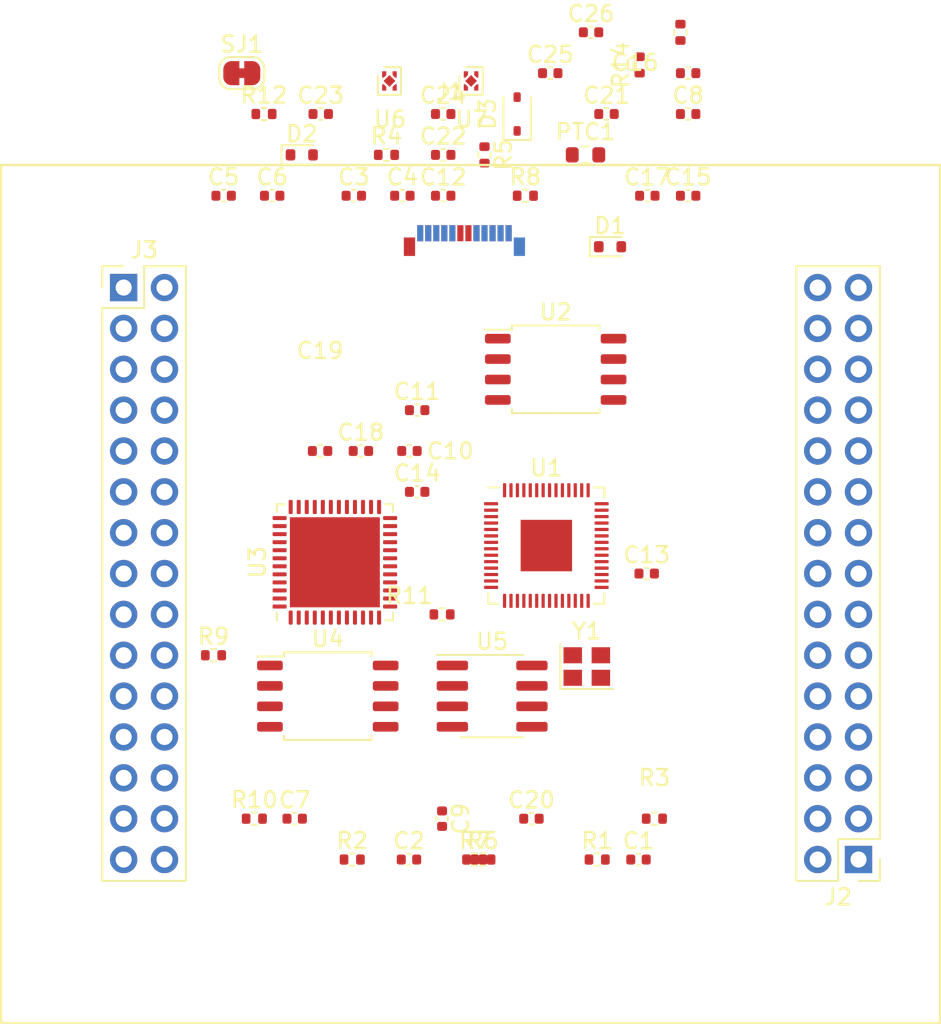
<source format=kicad_pcb>
(kicad_pcb (version 20221018) (generator pcbnew)
  (layers (0 "F.Cu" signal) (1 "In1.Cu" signal) (2 "In2.Cu" signal) (31 "B.Cu" signal) (34 "B.Paste" user) (35 "F.Paste" user) (36 "B.SilkS" user "B.Silkscreen") (37 "F.SilkS" user "F.Silkscreen") (38 "B.Mask" user) (39 "F.Mask" user) (44 "Edge.Cuts" user))
  (net 0 "")
  (net 1 "+1V1")
  (net 2 "Net-(U1-RUN)")
  (net 3 "Net-(C16-Pad2)")
  (net 4 "Net-(D1-K)")
  (net 5 "Net-(U3D-VCCPLL)")
  (net 6 "+1V2")
  (net 7 "VBUS")
  (net 8 "Net-(D2-A)")
  (net 9 "+3V3")
  (net 10 "Net-(D3-K)")
  (net 11 "Net-(D3-A)")
  (net 12 "Net-(J1-CC1)")
  (net 13 "Net-(J1-D+-PadA6)")
  (net 14 "Net-(J1-D--PadA7)")
  (net 16 "Net-(J1-CC2)")
  (net 18 "/PICO_D12")
  (net 19 "/PICO_D13")
  (net 20 "/PICO_D26")
  (net 21 "/PICO_D14")
  (net 22 "/PICO_D27")
  (net 23 "/PICO_D15")
  (net 24 "/PICO_D28")
  (net 25 "/PICO_D16")
  (net 26 "/PICO_D29")
  (net 27 "/PICO_D17")
  (net 29 "/PICO_D18")
  (net 31 "/PICO_D19")
  (net 33 "/PICO_D20")
  (net 35 "/PICO_D21")
  (net 37 "/PICO_D22")
  (net 39 "/PICO_D23")
  (net 41 "/PICO_D24")
  (net 43 "/PICO_D25")
  (net 46 "/FPGA_D8")
  (net 47 "/FPGA_D9")
  (net 48 "/FPGA_D22")
  (net 49 "/FPGA_D10")
  (net 50 "/FPGA_D23")
  (net 51 "/FPGA_D11")
  (net 52 "/FPGA_D24")
  (net 53 "/FPGA_D12")
  (net 54 "/FPGA_D25")
  (net 55 "/FPGA_D13")
  (net 56 "/FPGA_D26")
  (net 57 "/FPGA_D14")
  (net 58 "/FPGA_D27")
  (net 59 "/FPGA_D15")
  (net 60 "/FPGA_D28")
  (net 61 "/FPGA_D16")
  (net 62 "/FPGA_D29")
  (net 63 "/FPGA_D17")
  (net 64 "/FPGA_D30")
  (net 65 "/FPGA_D18")
  (net 66 "/FPGA_D31")
  (net 67 "/FPGA_D19")
  (net 68 "/FPGA_D20")
  (net 69 "/FPGA_D21")
  (net 70 "/USB_D-")
  (net 71 "/USB_D+")
  (net 72 "Net-(U1-GPIO10)")
  (net 73 "/FPGA_FLASH_CLK")
  (net 74 "Net-(U3A-IOT_46b_G0)")
  (net 75 "Net-(U3C-IOB_8a)")
  (net 76 "Net-(U3B-CDONE)")
  (net 77 "/PWR_EN")
  (net 78 "/FPGA_D0")
  (net 79 "/FPGA_D1")
  (net 80 "/FPGA_D2")
  (net 81 "/FPGA_D3")
  (net 82 "/FPGA_D4")
  (net 83 "/FPGA_D5")
  (net 84 "/FPGA_D6")
  (net 85 "/FPGA_D7")
  (net 86 "/FPGA_FLASH_D1")
  (net 87 "/FPGA_FLASH_CS")
  (net 88 "/FPGA_FLASH_D0")
  (net 89 "Net-(U1-XIN)")
  (net 90 "Net-(U1-XOUT)")
  (net 93 "/FLASH_D3")
  (net 94 "/FLASH_CLK")
  (net 95 "/FLASH_D0")
  (net 96 "/FLASH_D2")
  (net 97 "/FLASH_D1")
  (net 98 "/FLASH_CS")
  (net 99 "/FPGA_FLASH_D2")
  (net 100 "/FPGA_FLASH_D3")
  (net 101 "/FPGA_SRAM_CS")
  (footprint "Capacitor_SMD:C_0402_1005Metric" (layer "F.Cu") (at 87.98 73.029077)
    (fp_text reference "C6" (at 0 -1.16) (layer "F.SilkS"))
    (fp_text value "4.7u")
    (pad "1" smd roundrect (at -0.48 0) (size 0.56 0.62) (layers "F.Cu" "F.Paste" "F.Mask") (net 1 "+1V1"))
    (pad "2" smd roundrect (at 0.48 0) (size 0.56 0.62) (layers "F.Cu" "F.Paste" "F.Mask") (net 1 "+1V1"))
  )
  (footprint "Resistor_SMD:R_0402_1005Metric" (layer "F.Cu") (at 113.38 62.869077 -90)
    (fp_text reference "R13" hide)
    (fp_text value "10k")
    (pad "1" smd roundrect (at -0.51 0 270) (size 0.54 0.64) (layers "F.Cu" "F.Paste" "F.Mask") (net 12 "Net-(J1-CC1)"))
    (pad "2" smd roundrect (at 0.51 0 270) (size 0.54 0.64) (layers "F.Cu" "F.Paste" "F.Mask") (net 1 "+1V1"))
  )
  (footprint "Resistor_SMD:R_0402_1005Metric" (layer "F.Cu") (at 84.33 101.6)
    (fp_text reference "R9" (at 0 -1.17) (layer "F.SilkS"))
    (fp_text value "R")
    (pad "1" smd roundrect (at -0.51 0) (size 0.54 0.64) (layers "F.Cu" "F.Paste" "F.Mask") (net 56 "/FPGA_D26"))
    (pad "2" smd roundrect (at 0.51 0) (size 0.54 0.64) (layers "F.Cu" "F.Paste" "F.Mask") (net 75 "Net-(U3C-IOB_8a)"))
  )
  (footprint "Resistor_SMD:R_0402_1005Metric" (layer "F.Cu") (at 103.73 73.029077)
    (fp_text reference "R8" (at 0 -1.17) (layer "F.SilkS"))
    (fp_text value "R")
    (pad "1" smd roundrect (at -0.51 0) (size 0.54 0.64) (layers "F.Cu" "F.Paste" "F.Mask") (net 53 "/FPGA_D12"))
    (pad "2" smd roundrect (at 0.51 0) (size 0.54 0.64) (layers "F.Cu" "F.Paste" "F.Mask") (net 74 "Net-(U3A-IOT_46b_G0)"))
  )
  (footprint "Capacitor_SMD:C_0402_1005Metric" (layer "F.Cu") (at 98.55 111.76 -90)
    (fp_text reference "C9" (at 0 -1.16 90) (layer "F.SilkS"))
    (fp_text value "1uF")
    (pad "1" smd roundrect (at -0.48 0 270) (size 0.56 0.62) (layers "F.Cu" "F.Paste" "F.Mask") (net 1 "+1V1"))
    (pad "2" smd roundrect (at 0.48 0 270) (size 0.56 0.62) (layers "F.Cu" "F.Paste" "F.Mask") (net 1 "+1V1"))
  )
  (footprint "Capacitor_SMD:C_0402_1005Metric" (layer "F.Cu") (at 98.62 70.489077)
    (fp_text reference "C22" (at 0 -1.16) (layer "F.SilkS"))
    (fp_text value "0.1u")
    (pad "1" smd roundrect (at -0.48 0) (size 0.56 0.62) (layers "F.Cu" "F.Paste" "F.Mask") (net 8 "Net-(D2-A)"))
    (pad "2" smd roundrect (at 0.48 0) (size 0.56 0.62) (layers "F.Cu" "F.Paste" "F.Mask") (net 1 "+1V1"))
  )
  (footprint "Resistor_SMD:R_0402_1005Metric" (layer "F.Cu") (at 87.47 67.949077)
    (fp_text reference "R12" (at 0 -1.17) (layer "F.SilkS"))
    (fp_text value "1k")
    (pad "1" smd roundrect (at -0.51 0) (size 0.54 0.64) (layers "F.Cu" "F.Paste" "F.Mask") (net 77 "/PWR_EN"))
    (pad "2" smd roundrect (at 0.51 0) (size 0.54 0.64) (layers "F.Cu" "F.Paste" "F.Mask") (net 8 "Net-(D2-A)"))
  )
  (footprint "Capacitor_SMD:C_0402_1005Metric" (layer "F.Cu") (at 91 67.949077)
    (fp_text reference "C23" (at 0 -1.16) (layer "F.SilkS"))
    (fp_text value "4.7u")
    (pad "1" smd roundrect (at -0.48 0) (size 0.56 0.62) (layers "F.Cu" "F.Paste" "F.Mask") (net 7 "VBUS"))
    (pad "2" smd roundrect (at 0.48 0) (size 0.56 0.62) (layers "F.Cu" "F.Paste" "F.Mask") (net 1 "+1V1"))
  )
  (footprint "Capacitor_SMD:C_0402_1005Metric" (layer "F.Cu") (at 98.62 73.029077)
    (fp_text reference "C12" (at 0 -1.16) (layer "F.SilkS"))
    (fp_text value "1uF")
    (pad "1" smd roundrect (at -0.48 0) (size 0.56 0.62) (layers "F.Cu" "F.Paste" "F.Mask") (net 1 "+1V1"))
    (pad "2" smd roundrect (at 0.48 0) (size 0.56 0.62) (layers "F.Cu" "F.Paste" "F.Mask") (net 1 "+1V1"))
  )
  (footprint "Capacitor_SMD:C_0402_1005Metric" (layer "F.Cu") (at 84.96 73.029077)
    (fp_text reference "C5" (at 0 -1.16) (layer "F.SilkS"))
    (fp_text value "0.1u")
    (pad "1" smd roundrect (at -0.48 0) (size 0.56 0.62) (layers "F.Cu" "F.Paste" "F.Mask") (net 1 "+1V1"))
    (pad "2" smd roundrect (at 0.48 0) (size 0.56 0.62) (layers "F.Cu" "F.Paste" "F.Mask") (net 1 "+1V1"))
  )
  (footprint "Crystal:Crystal_SMD_2520-4Pin_2.5x2.0mm" (layer "F.Cu") (at 107.555 102.3)
    (fp_text reference "Y1" (at 0 -2.2) (layer "F.SilkS"))
    (fp_text value "Crystal_GND24")
    (pad "1" smd rect (at -0.875 0.7) (size 1.15 1) (layers "F.Cu" "F.Paste" "F.Mask") (net 89 "Net-(U1-XIN)"))
    (pad "2" smd rect (at 0.875 0.7) (size 1.15 1) (layers "F.Cu" "F.Paste" "F.Mask") (net 1 "+1V1"))
    (pad "3" smd rect (at 0.875 -0.7) (size 1.15 1) (layers "F.Cu" "F.Paste" "F.Mask") (net 90 "Net-(U1-XOUT)"))
    (pad "4" smd rect (at -0.875 -0.7) (size 1.15 1) (layers "F.Cu" "F.Paste" "F.Mask") (net 1 "+1V1"))
  )
  (footprint "Capacitor_SMD:C_0402_1005Metric" (layer "F.Cu") (at 113.86 73.029077)
    (fp_text reference "C15" (at 0 -1.16) (layer "F.SilkS"))
    (fp_text value "1uF")
    (pad "1" smd roundrect (at -0.48 0) (size 0.56 0.62) (layers "F.Cu" "F.Paste" "F.Mask") (net 2 "Net-(U1-RUN)"))
    (pad "2" smd roundrect (at 0.48 0) (size 0.56 0.62) (layers "F.Cu" "F.Paste" "F.Mask") (net 1 "+1V1"))
  )
  (footprint "Resistor_SMD:R_0402_1005Metric" (layer "F.Cu") (at 101.19 70.489077 -90)
    (fp_text reference "R5" (at 0 -1.17 90) (layer "F.SilkS"))
    (fp_text value "10k")
    (pad "1" smd roundrect (at -0.51 0 270) (size 0.54 0.64) (layers "F.Cu" "F.Paste" "F.Mask") (net 13 "Net-(J1-D+-PadA6)"))
    (pad "2" smd roundrect (at 0.51 0 270) (size 0.54 0.64) (layers "F.Cu" "F.Paste" "F.Mask") (net 71 "/USB_D+"))
  )
  (footprint "Resistor_SMD:R_0402_1005Metric" (layer "F.Cu") (at 98.55 99.06)
    (fp_text reference "R11" (at -2.03 -1.17) (layer "F.SilkS"))
    (fp_text value "R")
    (pad "1" smd roundrect (at -0.51 0) (size 0.54 0.64) (layers "F.Cu" "F.Paste" "F.Mask") (net 20 "/PICO_D26"))
    (pad "2" smd roundrect (at 0.51 0) (size 0.54 0.64) (layers "F.Cu" "F.Paste" "F.Mask") (net 76 "Net-(U3B-CDONE)"))
  )
  (footprint "Diode_SMD:D_SOD-523" (layer "F.Cu") (at 89.82 70.489077)
    (fp_text reference "D2" (at 0 -1.3) (layer "F.SilkS"))
    (fp_text value "1N4148WT-7")
    (pad "1" smd roundrect (at -0.7 0 180) (size 0.6 0.7) (layers "F.Cu" "F.Paste" "F.Mask") (net 7 "VBUS"))
    (pad "2" smd roundrect (at 0.7 0 180) (size 0.6 0.7) (layers "F.Cu" "F.Paste" "F.Mask") (net 8 "Net-(D2-A)"))
  )
  (footprint "Capacitor_SMD:C_0402_1005Metric" (layer "F.Cu") (at 107.82 62.869077)
    (fp_text reference "C26" (at 0 -1.16) (layer "F.SilkS"))
    (fp_text value "1uF")
    (pad "1" smd roundrect (at -0.48 0) (size 0.56 0.62) (layers "F.Cu" "F.Paste" "F.Mask") (net 7 "VBUS"))
    (pad "2" smd roundrect (at 0.48 0) (size 0.56 0.62) (layers "F.Cu" "F.Paste" "F.Mask") (net 1 "+1V1"))
  )
  (footprint "Package_DFN_QFN:OnSemi_XDFN4-1EP_1.0x1.0mm_EP0.52x0.52mm" (layer "F.Cu") (at 95.275 65.894077)
    (fp_text reference "U6" (at 0.04 2.38) (layer "F.SilkS"))
    (fp_text value "NCP115AMX330TCG")
    (pad "1" smd custom (at -0.325 -0.485 180) (size 0.26 0.23) (layers "F.Cu" "F.Paste" "F.Mask") (net 9 "+3V3") (options (clearance outline) (anchor rect)) (primitives (gr_poly (pts (xy 0.13 -0.115) (xy -0.13 -0.115) (xy 0.02 -0.275) (xy 0.13 -0.275)) (width 0) (fill yes))))
    (pad "2" smd custom (at 0.325 -0.485 180) (size 0.26 0.23) (layers "F.Cu" "F.Paste" "F.Mask") (net 1 "+1V1") (options (clearance outline) (anchor rect)) (primitives (gr_poly (pts (xy 0.13 -0.115) (xy -0.13 -0.115) (xy -0.13 -0.275) (xy -0.02 -0.275)) (width 0) (fill yes))))
    (pad "3" smd custom (at 0.325 0.485) (size 0.26 0.23) (layers "F.Cu" "F.Paste" "F.Mask") (net 8 "Net-(D2-A)") (options (clearance outline) (anchor rect)) (primitives (gr_poly (pts (xy 0.13 -0.115) (xy -0.13 -0.115) (xy 0.02 -0.275) (xy 0.13 -0.275)) (width 0) (fill yes))))
    (pad "4" smd custom (at -0.325 0.485) (size 0.26 0.23) (layers "F.Cu" "F.Paste" "F.Mask") (net 7 "VBUS") (options (clearance outline) (anchor rect)) (primitives (gr_poly (pts (xy 0.13 -0.115) (xy -0.13 -0.115) (xy -0.13 -0.275) (xy -0.02 -0.275)) (width 0) (fill yes))))
    (pad "5" smd rect (at 0 0 45) (size 0.52 0.52) (layers "F.Cu" "F.Paste" "F.Mask") (net 1 "+1V1"))
  )
  (footprint "Capacitor_SMD:C_0402_1005Metric" (layer "F.Cu") (at 98.62 67.949077)
    (fp_text reference "C24" (at 0 -1.16) (layer "F.SilkS"))
    (fp_text value "4.7u")
    (pad "1" smd roundrect (at -0.48 0) (size 0.56 0.62) (layers "F.Cu" "F.Paste" "F.Mask") (net 9 "+3V3"))
    (pad "2" smd roundrect (at 0.48 0) (size 0.56 0.62) (layers "F.Cu" "F.Paste" "F.Mask") (net 1 "+1V1"))
  )
  (footprint "Capacitor_SMD:C_0402_1005Metric" (layer "F.Cu") (at 90.96 88.9)
    (fp_text reference "C19" (at 0 -6.24) (layer "F.SilkS"))
    (fp_text value "4.7u")
    (pad "1" smd roundrect (at -0.48 0) (size 0.56 0.62) (layers "F.Cu" "F.Paste" "F.Mask") (net 5 "Net-(U3D-VCCPLL)"))
    (pad "2" smd roundrect (at 0.48 0) (size 0.56 0.62) (layers "F.Cu" "F.Paste" "F.Mask") (net 1 "+1V1"))
  )
  (footprint "Capacitor_SMD:C_0402_1005Metric" (layer "F.Cu") (at 96.08 73.029077)
    (fp_text reference "C4" (at 0 -1.16) (layer "F.SilkS"))
    (fp_text value "4.7u")
    (pad "1" smd roundrect (at -0.48 0) (size 0.56 0.62) (layers "F.Cu" "F.Paste" "F.Mask") (net 1 "+1V1"))
    (pad "2" smd roundrect (at 0.48 0) (size 0.56 0.62) (layers "F.Cu" "F.Paste" "F.Mask") (net 1 "+1V1"))
  )
  (footprint "Capacitor_SMD:C_0402_1005Metric" (layer "F.Cu") (at 113.86 67.949077)
    (fp_text reference "C8" (at 0 -1.16) (layer "F.SilkS"))
    (fp_text value "4.7u")
    (pad "1" smd roundrect (at -0.48 0) (size 0.56 0.62) (layers "F.Cu" "F.Paste" "F.Mask") (net 1 "+1V1"))
    (pad "2" smd roundrect (at 0.48 0) (size 0.56 0.62) (layers "F.Cu" "F.Paste" "F.Mask") (net 1 "+1V1"))
  )
  (footprint "Package_SO:SOIC-8_5.23x5.23mm_P1.27mm" (layer "F.Cu") (at 91.44 104.14)
    (fp_text reference "U4" (at 0 -3.56) (layer "F.SilkS"))
    (fp_text value "W25Q32JVSS")
    (pad "1" smd roundrect (at -3.6 -1.905) (size 1.6 0.6) (layers "F.Cu" "F.Paste" "F.Mask") (net 87 "/FPGA_FLASH_CS"))
    (pad "2" smd roundrect (at -3.6 -0.635) (size 1.6 0.6) (layers "F.Cu" "F.Paste" "F.Mask") (net 86 "/FPGA_FLASH_D1"))
    (pad "3" smd roundrect (at -3.6 0.635) (size 1.6 0.6) (layers "F.Cu" "F.Paste" "F.Mask") (net 99 "/FPGA_FLASH_D2"))
    (pad "4" smd roundrect (at -3.6 1.905) (size 1.6 0.6) (layers "F.Cu" "F.Paste" "F.Mask") (net 1 "+1V1"))
    (pad "5" smd roundrect (at 3.6 1.905) (size 1.6 0.6) (layers "F.Cu" "F.Paste" "F.Mask") (net 88 "/FPGA_FLASH_D0"))
    (pad "6" smd roundrect (at 3.6 0.635) (size 1.6 0.6) (layers "F.Cu" "F.Paste" "F.Mask") (net 73 "/FPGA_FLASH_CLK"))
    (pad "7" smd roundrect (at 3.6 -0.635) (size 1.6 0.6) (layers "F.Cu" "F.Paste" "F.Mask") (net 100 "/FPGA_FLASH_D3"))
    (pad "8" smd roundrect (at 3.6 -1.905) (size 1.6 0.6) (layers "F.Cu" "F.Paste" "F.Mask") (net 1 "+1V1"))
  )
  (footprint "Resistor_SMD:R_0402_1005Metric" (layer "F.Cu") (at 111.76 111.76)
    (fp_text reference "R3" (at 0 -2.54) (layer "F.SilkS"))
    (fp_text value "10k")
    (pad "1" smd roundrect (at -0.51 0) (size 0.54 0.64) (layers "F.Cu" "F.Paste" "F.Mask") (net 1 "+1V1"))
    (pad "2" smd roundrect (at 0.51 0) (size 0.54 0.64) (layers "F.Cu" "F.Paste" "F.Mask") (net 2 "Net-(U1-RUN)"))
  )
  (footprint "Resistor_SMD:R_0402_1005Metric" (layer "F.Cu") (at 100.58 114.3)
    (fp_text reference "R7" (at 0 -1.17) (layer "F.SilkS"))
    (fp_text value "R")
    (pad "1" smd roundrect (at -0.51 0) (size 0.54 0.64) (layers "F.Cu" "F.Paste" "F.Mask") (net 6 "+1V2"))
    (pad "2" smd roundrect (at 0.51 0) (size 0.54 0.64) (layers "F.Cu" "F.Paste" "F.Mask") (net 5 "Net-(U3D-VCCPLL)"))
  )
  (footprint "Package_DFN_QFN:OnSemi_XDFN4-1EP_1.0x1.0mm_EP0.52x0.52mm" (layer "F.Cu") (at 100.355 65.894077)
    (fp_text reference "U7" (at 0.04 2.38) (layer "F.SilkS"))
    (fp_text value "NCP115AMX120TCG")
    (pad "1" smd custom (at -0.325 -0.485 180) (size 0.26 0.23) (layers "F.Cu" "F.Paste" "F.Mask") (net 6 "+1V2") (options (clearance outline) (anchor rect)) (primitives (gr_poly (pts (xy 0.13 -0.115) (xy -0.13 -0.115) (xy 0.02 -0.275) (xy 0.13 -0.275)) (width 0) (fill yes))))
    (pad "2" smd custom (at 0.325 -0.485 180) (size 0.26 0.23) (layers "F.Cu" "F.Paste" "F.Mask") (net 1 "+1V1") (options (clearance outline) (anchor rect)) (primitives (gr_poly (pts (xy 0.13 -0.115) (xy -0.13 -0.115) (xy -0.13 -0.275) (xy -0.02 -0.275)) (width 0) (fill yes))))
    (pad "3" smd custom (at 0.325 0.485) (size 0.26 0.23) (layers "F.Cu" "F.Paste" "F.Mask") (net 77 "/PWR_EN") (options (clearance outline) (anchor rect)) (primitives (gr_poly (pts (xy 0.13 -0.115) (xy -0.13 -0.115) (xy 0.02 -0.275) (xy 0.13 -0.275)) (width 0) (fill yes))))
    (pad "4" smd custom (at -0.325 0.485) (size 0.26 0.23) (layers "F.Cu" "F.Paste" "F.Mask") (net 7 "VBUS") (options (clearance outline) (anchor rect)) (primitives (gr_poly (pts (xy 0.13 -0.115) (xy -0.13 -0.115) (xy -0.13 -0.275) (xy -0.02 -0.275)) (width 0) (fill yes))))
    (pad "5" smd rect (at 0 0 45) (size 0.52 0.52) (layers "F.Cu" "F.Paste" "F.Mask") (net 1 "+1V1"))
  )
  (footprint "Connector_USB:USB_C_Plug_Molex_105444" (layer "F.Cu") (at 99.94 75.32)
    (fp_text reference "J1" (at -0.92 -8.750923) (layer "F.SilkS"))
    (fp_text value "USB_C_Receptacle_USB2.0")
    (pad "A1" smd rect (at -2.75 0.04) (size 0.38 1) (layers "F.Cu" "F.Paste" "F.Mask") (net 1 "+1V1"))
    (pad "A2" smd rect (at -2.25 0.04) (size 0.38 1) (layers "F.Cu" "F.Paste" "F.Mask"))
    (pad "A3" smd rect (at -1.75 0.04) (size 0.38 1) (layers "F.Cu" "F.Paste" "F.Mask"))
    (pad "A4" smd rect (at -1.25 0.04) (size 0.38 1) (layers "F.Cu" "F.Paste" "F.Mask") (net 11 "Net-(D3-A)"))
    (pad "A5" smd rect (at -0.75 0.04) (size 0.38 1) (layers "F.Cu" "F.Paste" "F.Mask") (net 12 "Net-(J1-CC1)"))
    (pad "A6" smd rect (at -0.25 0.04) (size 0.38 1) (layers "F.Cu" "F.Paste" "F.Mask") (net 13 "Net-(J1-D+-PadA6)"))
    (pad "A7" smd rect (at 0.25 0.04) (size 0.38 1) (layers "F.Cu" "F.Paste" "F.Mask") (net 14 "Net-(J1-D--PadA7)"))
    (pad "A8" smd rect (at 0.75 0.04) (size 0.38 1) (layers "F.Cu" "F.Paste" "F.Mask"))
    (pad "A9" smd rect (at 1.25 0.04) (size 0.38 1) (layers "F.Cu" "F.Paste" "F.Mask") (net 11 "Net-(D3-A)"))
    (pad "A10" smd rect (at 1.75 0.04) (size 0.38 1) (layers "F.Cu" "F.Paste" "F.Mask"))
    (pad "A11" smd rect (at 2.25 0.04) (size 0.38 1) (layers "F.Cu" "F.Paste" "F.Mask"))
    (pad "A12" smd rect (at 2.75 0.04) (size 0.38 1) (layers "F.Cu" "F.Paste" "F.Mask") (net 1 "+1V1"))
    (pad "B1" smd rect (at 2.75 0.04) (size 0.38 1) (layers "B.Cu" "B.Paste" "B.Mask") (net 1 "+1V1"))
    (pad "B2" smd rect (at 2.25 0.04) (size 0.38 1) (layers "B.Cu" "B.Paste" "B.Mask"))
    (pad "B3" smd rect (at 1.75 0.04) (size 0.38 1) (layers "B.Cu" "B.Paste" "B.Mask"))
    (pad "B4" smd rect (at 1.25 0.04) (size 0.38 1) (layers "B.Cu" "B.Paste" "B.Mask") (net 11 "Net-(D3-A)"))
    (pad "B5" smd rect (at 0.75 0.04) (size 0.38 1) (layers "B.Cu" "B.Paste" "B.Mask") (net 16 "Net-(J1-CC2)"))
    (pad "B8" smd rect (at -0.75 0.04) (size 0.38 1) (layers "B.Cu" "B.Paste" "B.Mask"))
    (pad "B9" smd rect (at -1.25 0.04) (size 0.38 1) (layers "B.Cu" "B.Paste" "B.Mask") (net 11 "Net-(D3-A)"))
    (pad "B10" smd rect (at -1.75 0.04) (size 0.38 1) (layers "B.Cu" "B.Paste" "B.Mask"))
    (pad "B11" smd rect (at -2.25 0.04) (size 0.38 1) (layers "B.Cu" "B.Paste" "B.Mask"))
    (pad "B12" smd rect (at -2.75 0.04) (size 0.38 1) (layers "B.Cu" "B.Paste" "B.Mask") (net 1 "+1V1"))
    (pad "S1" smd rect (at -3.42 0.88) (size 0.7 1.15) (layers "F.Cu" "F.Paste" "F.Mask") (net 1 "+1V1"))
    (pad "S1" smd rect (at 3.42 0.88) (size 0.7 1.15) (layers "B.Cu" "B.Paste" "B.Mask") (net 1 "+1V1"))
  )
  (footprint "Package_SO:SOIC-8_3.9x4.9mm_P1.27mm" (layer "F.Cu") (at 101.665 104.14)
    (fp_text reference "U5" (at 0 -3.4) (layer "F.SilkS"))
    (fp_text value "ESP-PSRAM32")
    (pad "1" smd roundrect (at -2.475 -1.905) (size 1.95 0.6) (layers "F.Cu" "F.Paste" "F.Mask") (net 101 "/FPGA_SRAM_CS"))
    (pad "2" smd roundrect (at -2.475 -0.635) (size 1.95 0.6) (layers "F.Cu" "F.Paste" "F.Mask") (net 86 "/FPGA_FLASH_D1"))
    (pad "3" smd roundrect (at -2.475 0.635) (size 1.95 0.6) (layers "F.Cu" "F.Paste" "F.Mask") (net 99 "/FPGA_FLASH_D2"))
    (pad "4" smd roundrect (at -2.475 1.905) (size 1.95 0.6) (layers "F.Cu" "F.Paste" "F.Mask") (net 1 "+1V1"))
    (pad "5" smd roundrect (at 2.475 1.905) (size 1.95 0.6) (layers "F.Cu" "F.Paste" "F.Mask") (net 88 "/FPGA_FLASH_D0"))
    (pad "6" smd roundrect (at 2.475 0.635) (size 1.95 0.6) (layers "F.Cu" "F.Paste" "F.Mask") (net 73 "/FPGA_FLASH_CLK"))
    (pad "7" smd roundrect (at 2.475 -0.635) (size 1.95 0.6) (layers "F.Cu" "F.Paste" "F.Mask") (net 100 "/FPGA_FLASH_D3"))
    (pad "8" smd roundrect (at 2.475 -1.905) (size 1.95 0.6) (layers "F.Cu" "F.Paste" "F.Mask") (net 1 "+1V1"))
  )
  (footprint "Package_SO:SOIC-8_5.23x5.23mm_P1.27mm" (layer "F.Cu") (at 105.62 83.82)
    (fp_text reference "U2" (at 0 -3.56) (layer "F.SilkS"))
    (fp_text value "W25Q32JVSS")
    (pad "1" smd roundrect (at -3.6 -1.905) (size 1.6 0.6) (layers "F.Cu" "F.Paste" "F.Mask") (net 98 "/FLASH_CS"))
    (pad "2" smd roundrect (at -3.6 -0.635) (size 1.6 0.6) (layers "F.Cu" "F.Paste" "F.Mask") (net 97 "/FLASH_D1"))
    (pad "3" smd roundrect (at -3.6 0.635) (size 1.6 0.6) (layers "F.Cu" "F.Paste" "F.Mask") (net 96 "/FLASH_D2"))
    (pad "4" smd roundrect (at -3.6 1.905) (size 1.6 0.6) (layers "F.Cu" "F.Paste" "F.Mask") (net 1 "+1V1"))
    (pad "5" smd roundrect (at 3.6 1.905) (size 1.6 0.6) (layers "F.Cu" "F.Paste" "F.Mask") (net 95 "/FLASH_D0"))
    (pad "6" smd roundrect (at 3.6 0.635) (size 1.6 0.6) (layers "F.Cu" "F.Paste" "F.Mask") (net 94 "/FLASH_CLK"))
    (pad "7" smd roundrect (at 3.6 -0.635) (size 1.6 0.6) (layers "F.Cu" "F.Paste" "F.Mask") (net 93 "/FLASH_D3"))
    (pad "8" smd roundrect (at 3.6 -1.905) (size 1.6 0.6) (layers "F.Cu" "F.Paste" "F.Mask") (net 1 "+1V1"))
  )
  (footprint "Resistor_SMD:R_0402_1005Metric" (layer "F.Cu") (at 110.84 64.899077 90)
    (fp_text reference "R14" (at 0 -1.17 90) (layer "F.SilkS"))
    (fp_text value "10k")
    (pad "1" smd roundrect (at -0.51 0 90) (size 0.54 0.64) (layers "F.Cu" "F.Paste" "F.Mask") (net 1 "+1V1"))
    (pad "2" smd roundrect (at 0.51 0 90) (size 0.54 0.64) (layers "F.Cu" "F.Paste" "F.Mask") (net 16 "Net-(J1-CC2)"))
  )
  (footprint "Capacitor_SMD:C_0402_1005Metric" (layer "F.Cu") (at 96.49 114.3)
    (fp_text reference "C2" (at 0 -1.16) (layer "F.SilkS"))
    (fp_text value ".1uF")
    (pad "1" smd roundrect (at -0.48 0) (size 0.56 0.62) (layers "F.Cu" "F.Paste" "F.Mask") (net 1 "+1V1"))
    (pad "2" smd roundrect (at 0.48 0) (size 0.56 0.62) (layers "F.Cu" "F.Paste" "F.Mask") (net 1 "+1V1"))
  )
  (footprint "Capacitor_SMD:C_0402_1005Metric" (layer "F.Cu") (at 97 91.44)
    (fp_text reference "C14" (at 0 -1.16) (layer "F.SilkS"))
    (fp_text value "1uF")
    (pad "1" smd roundrect (at -0.48 0) (size 0.56 0.62) (layers "F.Cu" "F.Paste" "F.Mask") (net 1 "+1V1"))
    (pad "2" smd roundrect (at 0.48 0) (size 0.56 0.62) (layers "F.Cu" "F.Paste" "F.Mask") (net 1 "+1V1"))
  )
  (footprint "Resistor_SMD:R_0402_1005Metric" (layer "F.Cu") (at 92.96 114.3)
    (fp_text reference "R2" (at 0 -1.17) (layer "F.SilkS"))
    (fp_text value "R")
    (pad "1" smd roundrect (at -0.51 0) (size 0.54 0.64) (layers "F.Cu" "F.Paste" "F.Mask") (net 1 "+1V1"))
    (pad "2" smd roundrect (at 0.51 0) (size 0.54 0.64) (layers "F.Cu" "F.Paste" "F.Mask") (net 1 "+1V1"))
  )
  (footprint "Capacitor_SMD:C_0402_1005Metric" (layer "F.Cu") (at 110.77 114.3)
    (fp_text reference "C1" (at 0 -1.16) (layer "F.SilkS"))
    (fp_text value ".1uF")
    (pad "1" smd roundrect (at -0.48 0) (size 0.56 0.62) (layers "F.Cu" "F.Paste" "F.Mask") (net 1 "+1V1"))
    (pad "2" smd roundrect (at 0.48 0) (size 0.56 0.62) (layers "F.Cu" "F.Paste" "F.Mask") (net 1 "+1V1"))
  )
  (footprint "Resistor_SMD:R_0402_1005Metric" (layer "F.Cu") (at 101.09 114.3)
    (fp_text reference "R6" (at 0 -1.17) (layer "F.SilkS"))
    (fp_text value "27")
    (pad "1" smd roundrect (at -0.51 0) (size 0.54 0.64) (layers "F.Cu" "F.Paste" "F.Mask") (net 72 "Net-(U1-GPIO10)"))
    (pad "2" smd roundrect (at 0.51 0) (size 0.54 0.64) (layers "F.Cu" "F.Paste" "F.Mask") (net 73 "/FPGA_FLASH_CLK"))
  )
  (footprint "Package_DFN_QFN:QFN-48-1EP_7x7mm_P0.5mm_EP5.6x5.6mm" (layer "F.Cu") (at 91.88 95.82 90)
    (fp_text reference "U3" (at 0 -4.82 90) (layer "F.SilkS"))
    (fp_text value "ICE40UP5K-SG48ITR")
    (pad "1" smd roundrect (at -3.4375 -2.75 90) (size 0.875 0.25) (layers "F.Cu" "F.Paste" "F.Mask") (net 1 "+1V1"))
    (pad "2" smd roundrect (at -3.4375 -2.25 90) (size 0.875 0.25) (layers "F.Cu" "F.Paste" "F.Mask") (net 54 "/FPGA_D25"))
    (pad "3" smd roundrect (at -3.4375 -1.75 90) (size 0.875 0.25) (layers "F.Cu" "F.Paste" "F.Mask") (net 58 "/FPGA_D27"))
    (pad "4" smd roundrect (at -3.4375 -1.25 90) (size 0.875 0.25) (layers "F.Cu" "F.Paste" "F.Mask") (net 75 "Net-(U3C-IOB_8a)"))
    (pad "5" smd roundrect (at -3.4375 -0.75 90) (size 0.875 0.25) (layers "F.Cu" "F.Paste" "F.Mask") (net 6 "+1V2"))
    (pad "6" smd roundrect (at -3.4375 -0.25 90) (size 0.875 0.25) (layers "F.Cu" "F.Paste" "F.Mask") (net 60 "/FPGA_D28"))
    (pad "7" smd roundrect (at -3.4375 0.25 90) (size 0.875 0.25) (layers "F.Cu" "F.Paste" "F.Mask") (net 76 "Net-(U3B-CDONE)"))
    (pad "8" smd roundrect (at -3.4375 0.75 90) (size 0.875 0.25) (layers "F.Cu" "F.Paste" "F.Mask") (net 22 "/PICO_D27"))
    (pad "9" smd roundrect (at -3.4375 1.25 90) (size 0.875 0.25) (layers "F.Cu" "F.Paste" "F.Mask") (net 62 "/FPGA_D29"))
    (pad "10" smd roundrect (at -3.4375 1.75 90) (size 0.875 0.25) (layers "F.Cu" "F.Paste" "F.Mask") (net 64 "/FPGA_D30"))
    (pad "11" smd roundrect (at -3.4375 2.25 90) (size 0.875 0.25) (layers "F.Cu" "F.Paste" "F.Mask") (net 66 "/FPGA_D31"))
    (pad "12" smd roundrect (at -3.4375 2.75 90) (size 0.875 0.25) (layers "F.Cu" "F.Paste" "F.Mask") (net 99 "/FPGA_FLASH_D2"))
    (pad "13" smd roundrect (at -2.75 3.4375 90) (size 0.25 0.875) (layers "F.Cu" "F.Paste" "F.Mask") (net 100 "/FPGA_FLASH_D3"))
    (pad "14" smd roundrect (at -2.25 3.4375 90) (size 0.25 0.875) (layers "F.Cu" "F.Paste" "F.Mask") (net 88 "/FPGA_FLASH_D0"))
    (pad "15" smd roundrect (at -1.75 3.4375 90) (size 0.25 0.875) (layers "F.Cu" "F.Paste" "F.Mask") (net 73 "/FPGA_FLASH_CLK"))
    (pad "16" smd roundrect (at -1.25 3.4375 90) (size 0.25 0.875) (layers "F.Cu" "F.Paste" "F.Mask") (net 87 "/FPGA_FLASH_CS"))
    (pad "17" smd roundrect (at -0.75 3.4375 90) (size 0.25 0.875) (layers "F.Cu" "F.Paste" "F.Mask") (net 86 "/FPGA_FLASH_D1"))
    (pad "18" smd roundrect (at -0.25 3.4375 90) (size 0.25 0.875) (layers "F.Cu" "F.Paste" "F.Mask") (net 85 "/FPGA_D7"))
    (pad "19" smd roundrect (at 0.25 3.4375 90) (size 0.25 0.875) (layers "F.Cu" "F.Paste" "F.Mask") (net 81 "/FPGA_D3"))
    (pad "20" smd roundrect (at 0.75 3.4375 90) (size 0.25 0.875) (layers "F.Cu" "F.Paste" "F.Mask") (net 84 "/FPGA_D6"))
    (pad "21" smd roundrect (at 1.25 3.4375 90) (size 0.25 0.875) (layers "F.Cu" "F.Paste" "F.Mask") (net 80 "/FPGA_D2"))
    (pad "22" smd roundrect (at 1.75 3.4375 90) (size 0.25 0.875) (layers "F.Cu" "F.Paste" "F.Mask") (net 1 "+1V1"))
    (pad "23" smd roundrect (at 2.25 3.4375 90) (size 0.25 0.875) (layers "F.Cu" "F.Paste" "F.Mask") (net 83 "/FPGA_D5"))
    (pad "24" smd roundrect (at 2.75 3.4375 90) (size 0.25 0.875) (layers "F.Cu" "F.Paste" "F.Mask") (net 4 "Net-(D1-K)"))
    (pad "25" smd roundrect (at 3.4375 2.75 90) (size 0.875 0.25) (layers "F.Cu" "F.Paste" "F.Mask") (net 79 "/FPGA_D1"))
    (pad "26" smd roundrect (at 3.4375 2.25 90) (size 0.875 0.25) (layers "F.Cu" "F.Paste" "F.Mask") (net 82 "/FPGA_D4"))
    (pad "27" smd roundrect (at 3.4375 1.75 90) (size 0.875 0.25) (layers "F.Cu" "F.Paste" "F.Mask") (net 78 "/FPGA_D0"))
    (pad "28" smd roundrect (at 3.4375 1.25 90) (size 0.875 0.25) (layers "F.Cu" "F.Paste" "F.Mask") (net 46 "/FPGA_D8"))
    (pad "29" smd roundrect (at 3.4375 0.75 90) (size 0.875 0.25) (layers "F.Cu" "F.Paste" "F.Mask") (net 5 "Net-(U3D-VCCPLL)"))
    (pad "30" smd roundrect (at 3.4375 0.25 90) (size 0.875 0.25) (layers "F.Cu" "F.Paste" "F.Mask") (net 6 "+1V2"))
    (pad "31" smd roundrect (at 3.4375 -0.25 90) (size 0.875 0.25) (layers "F.Cu" "F.Paste" "F.Mask") (net 47 "/FPGA_D9"))
    (pad "32" smd roundrect (at 3.4375 -0.75 90) (size 0.875 0.25) (layers "F.Cu" "F.Paste" "F.Mask") (net 49 "/FPGA_D10"))
    (pad "33" smd roundrect (at 3.4375 -1.25 90) (size 0.875 0.25) (layers "F.Cu" "F.Paste" "F.Mask") (net 1 "+1V1"))
    (pad "34" smd roundrect (at 3.4375 -1.75 90) (size 0.875 0.25) (layers "F.Cu" "F.Paste" "F.Mask") (net 51 "/FPGA_D11"))
    (pad "35" smd roundrect (at 3.4375 -2.25 90) (size 0.875 0.25) (layers "F.Cu" "F.Paste" "F.Mask") (net 74 "Net-(U3A-IOT_46b_G0)"))
    (pad "36" smd roundrect (at 3.4375 -2.75 90) (size 0.875 0.25) (layers "F.Cu" "F.Paste" "F.Mask") (net 55 "/FPGA_D13"))
    (pad "37" smd roundrect (at 2.75 -3.4375 90) (size 0.25 0.875) (layers "F.Cu" "F.Paste" "F.Mask") (net 101 "/FPGA_SRAM_CS"))
    (pad "38" smd roundrect (at 2.25 -3.4375 90) (size 0.25 0.875) (layers "F.Cu" "F.Paste" "F.Mask") (net 59 "/FPGA_D15"))
    (pad "39" smd roundrect (at 1.75 -3.4375 90) (size 0.25 0.875) (layers "F.Cu" "F.Paste" "F.Mask") (net 63 "/FPGA_D17"))
    (pad "40" smd roundrect (at 1.25 -3.4375 90) (size 0.25 0.875) (layers "F.Cu" "F.Paste" "F.Mask") (net 65 "/FPGA_D18"))
    (pad "41" smd roundrect (at 0.75 -3.4375 90) (size 0.25 0.875) (layers "F.Cu" "F.Paste" "F.Mask") (net 67 "/FPGA_D19"))
    (pad "42" smd roundrect (at 0.25 -3.4375 90) (size 0.25 0.875) (layers "F.Cu" "F.Paste" "F.Mask") (net 61 "/FPGA_D16"))
    (pad "43" smd roundrect (at -0.25 -3.4375 90) (size 0.25 0.875) (layers "F.Cu" "F.Paste" "F.Mask") (net 57 "/FPGA_D14"))
    (pad "44" smd roundrect (at -0.75 -3.4375 90) (size 0.25 0.875) (layers "F.Cu" "F.Paste" "F.Mask") (net 48 "/FPGA_D22"))
    (pad "45" smd roundrect (at -1.25 -3.4375 90) (size 0.25 0.875) (layers "F.Cu" "F.Paste" "F.Mask") (net 52 "/FPGA_D24"))
    (pad "46" smd roundrect (at -1.75 -3.4375 90) (size 0.25 0.875) (layers "F.Cu" "F.Paste" "F.Mask") (net 68 "/FPGA_D20"))
    (pad "47" smd roundrect (at -2.25 -3.4375 90) (size 0.25 0.875) (layers "F.Cu" "F.Paste" "F.Mask") (net 69 "/FPGA_D21"))
    (pad "48" smd roundrect (at -2.75 -3.4375 90) (size 0.25 0.875) (layers "F.Cu" "F.Paste" "F.Mask") (net 50 "/FPGA_D23"))
    (pad "49" smd rect (at 0 0 90) (size 5.6 5.6) (layers "F.Cu" "F.Mask") (net 1 "+1V1"))
  )
  (footprint "Connector_PinHeader_2.54mm:PinHeader_2x15_P2.54mm_Vertical" (layer "F.Cu") (at 78.74 78.74)
    (fp_text reference "J3" (at 1.27 -2.33) (layer "F.SilkS"))
    (fp_text value "FPGA_Conn")
    (pad "1" thru_hole rect (at 0 0) (size 1.7 1.7) (drill 1) (layers "*.Cu" "*.Mask") (net 46 "/FPGA_D8"))
    (pad "2" thru_hole oval (at 2.54 0) (size 1.7 1.7) (drill 1) (layers "*.Cu" "*.Mask") (net 1 "+1V1"))
    (pad "3" thru_hole oval (at 0 2.54) (size 1.7 1.7) (drill 1) (layers "*.Cu" "*.Mask") (net 47 "/FPGA_D9"))
    (pad "4" thru_hole oval (at 2.54 2.54) (size 1.7 1.7) (drill 1) (layers "*.Cu" "*.Mask") (net 48 "/FPGA_D22"))
    (pad "5" thru_hole oval (at 0 5.08) (size 1.7 1.7) (drill 1) (layers "*.Cu" "*.Mask") (net 49 "/FPGA_D10"))
    (pad "6" thru_hole oval (at 2.54 5.08) (size 1.7 1.7) (drill 1) (layers "*.Cu" "*.Mask") (net 50 "/FPGA_D23"))
    (pad "7" thru_hole oval (at 0 7.62) (size 1.7 1.7) (drill 1) (layers "*.Cu" "*.Mask") (net 51 "/FPGA_D11"))
    (pad "8" thru_hole oval (at 2.54 7.62) (size 1.7 1.7) (drill 1) (layers "*.Cu" "*.Mask") (net 52 "/FPGA_D24"))
    (pad "9" thru_hole oval (at 0 10.16) (size 1.7 1.7) (drill 1) (layers "*.Cu" "*.Mask") (net 53 "/FPGA_D12"))
    (pad "10" thru_hole oval (at 2.54 10.16) (size 1.7 1.7) (drill 1) (layers "*.Cu" "*.Mask") (net 54 "/FPGA_D25"))
    (pad "11" thru_hole oval (at 0 12.7) (size 1.7 1.7) (drill 1) (layers "*.Cu" "*.Mask") (net 55 "/FPGA_D13"))
    (pad "12" thru_hole oval (at 2.54 12.7) (size 1.7 1.7) (drill 1) (layers "*.Cu" "*.Mask") (net 56 "/FPGA_D26"))
    (pad "13" thru_hole oval (at 0 15.24) (size 1.7 1.7) (drill 1) (layers "*.Cu" "*.Mask") (net 57 "/FPGA_D14"))
    (pad "14" thru_hole oval (at 2.54 15.24) (size 1.7 1.7) (drill 1) (layers "*.Cu" "*.Mask") (net 58 "/FPGA_D27"))
    (pad "15" thru_hole oval (at 0 17.78) (size 1.7 1.7) (drill 1) (layers "*.Cu" "*.Mask") (net 59 "/FPGA_D15"))
    (pad "16" thru_hole oval (at 2.54 17.78) (size 1.7 1.7) (drill 1) (layers "*.Cu" "*.Mask") (net 60 "/FPGA_D28"))
    (pad "17" thru_hole oval (at 0 20.32) (size 1.7 1.7) (drill 1) (layers "*.Cu" "*.Mask") (net 61 "/FPGA_D16"))
    (pad "18" thru_hole oval (at 2.54 20.32) (size 1.7 1.7) (drill 1) (layers "*.Cu" "*.Mask") (net 62 "/FPGA_D29"))
    (pad "19" thru_hole oval (at 0 22.86) (size 1.7 1.7) (drill 1) (layers "*.Cu" "*.Mask") (net 63 "/FPGA_D17"))
    (pad "20" thru_hole oval (at 2.54 22.86) (size 1.7 1.7) (drill 1) (layers "*.Cu" "*.Mask") (net 64 "/FPGA_D30"))
    (pad "21" thru_hole oval (at 0 25.4) (size 1.7 1.7) (drill 1) (layers "*.Cu" "*.Mask") (net 65 "/FPGA_D18"))
    (pad "22" thru_hole oval (at 2.54 25.4) (size 1.7 1.7) (drill 1) (layers "*.Cu" "*.Mask") (net 66 "/FPGA_D31"))
    (pad "23" thru_hole oval (at 0 27.94) (size 1.7 1.7) (drill 1) (layers "*.Cu" "*.Mask") (net 67 "/FPGA_D19"))
    (pad "24" thru_hole oval (at 2.54 27.94) (size 1.7 1.7) (drill 1) (layers "*.Cu" "*.Mask") (net 9 "+3V3"))
    (pad "25" thru_hole oval (at 0 30.48) (size 1.7 1.7) (drill 1) (layers "*.Cu" "*.Mask") (net 68 "/FPGA_D20"))
    (pad "26" thru_hole oval (at 2.54 30.48) (size 1.7 1.7) (drill 1) (layers "*.Cu" "*.Mask") (net 6 "+1V2"))
    (pad "27" thru_hole oval (at 0 33.02) (size 1.7 1.7) (drill 1) (layers "*.Cu" "*.Mask") (net 69 "/FPGA_D21"))
    (pad "28" thru_hole oval (at 2.54 33.02) (size 1.7 1.7) (drill 1) (layers "*.Cu" "*.Mask") (net 7 "VBUS"))
    (pad "29" thru_hole oval (at 0 35.56) (size 1.7 1.7) (drill 1) (layers "*.Cu" "*.Mask") (net 1 "+1V1"))
    (pad "30" thru_hole oval (at 2.54 35.56) (size 1.7 1.7) (drill 1) (layers "*.Cu" "*.Mask") (net 1 "+1V1"))
  )
  (footprint "Capacitor_SMD:C_0402_1005Metric" (layer "F.Cu") (at 104.11 111.76)
    (fp_text reference "C20" (at 0 -1.16) (layer "F.SilkS"))
    (fp_text value "0.1u")
    (pad "1" smd roundrect (at -0.48 0) (size 0.56 0.62) (layers "F.Cu" "F.Paste" "F.Mask") (net 6 "+1V2"))
    (pad "2" smd roundrect (at 0.48 0) (size 0.56 0.62) (layers "F.Cu" "F.Paste" "F.Mask") (net 1 "+1V1"))
  )
  (footprint "Capacitor_SMD:C_0402_1005Metric" (layer "F.Cu") (at 108.78 67.949077)
    (fp_text reference "C21" (at 0 -1.16) (layer "F.SilkS"))
    (fp_text value "4.7u")
    (pad "1" smd roundrect (at -0.48 0) (size 0.56 0.62) (layers "F.Cu" "F.Paste" "F.Mask") (net 7 "VBUS"))
    (pad "2" smd roundrect (at 0.48 0) (size 0.56 0.62) (layers "F.Cu" "F.Paste" "F.Mask") (net 1 "+1V1"))
  )
  (footprint "Resistor_SMD:R_0402_1005Metric" (layer "F.Cu") (at 86.87 111.76)
    (fp_text reference "R10" (at 0 -1.17) (layer "F.SilkS"))
    (fp_text value "R")
    (pad "1" smd roundrect (at -0.51 0) (size 0.54 0.64) (layers "F.Cu" "F.Paste" "F.Mask") (net 1 "+1V1"))
    (pad "2" smd roundrect (at 0.51 0) (size 0.54 0.64) (layers "F.Cu" "F.Paste" "F.Mask") (net 22 "/PICO_D27"))
  )
  (footprint "Resistor_SMD:R_0402_1005Metric" (layer "F.Cu") (at 108.2 114.3)
    (fp_text reference "R1" (at 0 -1.17) (layer "F.SilkS"))
    (fp_text value "R")
    (pad "1" smd roundrect (at -0.51 0) (size 0.54 0.64) (layers "F.Cu" "F.Paste" "F.Mask") (net 1 "+1V1"))
    (pad "2" smd roundrect (at 0.51 0) (size 0.54 0.64) (layers "F.Cu" "F.Paste" "F.Mask") (net 1 "+1V1"))
  )
  (footprint "Capacitor_SMD:C_0402_1005Metric" (layer "F.Cu") (at 93.06 73.029077)
    (fp_text reference "C3" (at 0 -1.16) (layer "F.SilkS"))
    (fp_text value "0.1u")
    (pad "1" smd roundrect (at -0.48 0) (size 0.56 0.62) (layers "F.Cu" "F.Paste" "F.Mask") (net 1 "+1V1"))
    (pad "2" smd roundrect (at 0.48 0) (size 0.56 0.62) (layers "F.Cu" "F.Paste" "F.Mask") (net 1 "+1V1"))
  )
  (footprint "Resistor_SMD:R_0603_1608Metric" (layer "F.Cu") (at 107.475 70.489077)
    (fp_text reference "PTC1" (at 0 -1.43) (layer "F.SilkS"))
    (fp_text value "MF-FSMF035X-2")
    (pad "1" smd roundrect (at -0.825 0) (size 0.8 0.95) (layers "F.Cu" "F.Paste" "F.Mask") (net 7 "VBUS"))
    (pad "2" smd roundrect (at 0.825 0) (size 0.8 0.95) (layers "F.Cu" "F.Paste" "F.Mask") (net 10 "Net-(D3-K)"))
  )
  (footprint "Package_DFN_QFN:QFN-56-1EP_7x7mm_P0.4mm_EP3.2x3.2mm" (layer "F.Cu") (at 105.0375 94.78)
    (fp_text reference "U1" (at 0 -4.82) (layer "F.SilkS"))
    (fp_text value "RP2040")
    (pad "1" smd roundrect (at -3.4375 -2.6) (size 0.875 0.2) (layers "F.Cu" "F.Paste" "F.Mask") (net 1 "+1V1"))
    (pad "2" smd roundrect (at -3.4375 -2.2) (size 0.875 0.2) (layers "F.Cu" "F.Paste" "F.Mask") (net 78 "/FPGA_D0"))
    (pad "3" smd roundrect (at -3.4375 -1.8) (size 0.875 0.2) (layers "F.Cu" "F.Paste" "F.Mask") (net 79 "/FPGA_D1"))
    (pad "4" smd roundrect (at -3.4375 -1.4) (size 0.875 0.2) (layers "F.Cu" "F.Paste" "F.Mask") (net 80 "/FPGA_D2"))
    (pad "5" smd roundrect (at -3.4375 -1) (size 0.875 0.2) (layers "F.Cu" "F.Paste" "F.Mask") (net 81 "/FPGA_D3"))
    (pad "6" smd roundrect (at -3.4375 -0.6) (size 0.875 0.2) (layers "F.Cu" "F.Paste" "F.Mask") (net 82 "/FPGA_D4"))
    (pad "7" smd roundrect (at -3.4375 -0.2) (size 0.875 0.2) (layers "F.Cu" "F.Paste" "F.Mask") (net 83 "/FPGA_D5"))
    (pad "8" smd roundrect (at -3.4375 0.2) (size 0.875 0.2) (layers "F.Cu" "F.Paste" "F.Mask") (net 84 "/FPGA_D6"))
    (pad "9" smd roundrect (at -3.4375 0.6) (size 0.875 0.2) (layers "F.Cu" "F.Paste" "F.Mask") (net 85 "/FPGA_D7"))
    (pad "10" smd roundrect (at -3.4375 1) (size 0.875 0.2) (layers "F.Cu" "F.Paste" "F.Mask") (net 1 "+1V1"))
    (pad "11" smd roundrect (at -3.4375 1.4) (size 0.875 0.2) (layers "F.Cu" "F.Paste" "F.Mask") (net 86 "/FPGA_FLASH_D1"))
    (pad "12" smd roundrect (at -3.4375 1.8) (size 0.875 0.2) (layers "F.Cu" "F.Paste" "F.Mask") (net 87 "/FPGA_FLASH_CS"))
    (pad "13" smd roundrect (at -3.4375 2.2) (size 0.875 0.2) (layers "F.Cu" "F.Paste" "F.Mask") (net 72 "Net-(U1-GPIO10)"))
    (pad "14" smd roundrect (at -3.4375 2.6) (size 0.875 0.2) (layers "F.Cu" "F.Paste" "F.Mask") (net 88 "/FPGA_FLASH_D0"))
    (pad "15" smd roundrect (at -2.6 3.4375) (size 0.2 0.875) (layers "F.Cu" "F.Paste" "F.Mask") (net 18 "/PICO_D12"))
    (pad "16" smd roundrect (at -2.2 3.4375) (size 0.2 0.875) (layers "F.Cu" "F.Paste" "F.Mask") (net 19 "/PICO_D13"))
    (pad "17" smd roundrect (at -1.8 3.4375) (size 0.2 0.875) (layers "F.Cu" "F.Paste" "F.Mask") (net 21 "/PICO_D14"))
    (pad "18" smd roundrect (at -1.4 3.4375) (size 0.2 0.875) (layers "F.Cu" "F.Paste" "F.Mask") (net 23 "/PICO_D15"))
    (pad "19" smd roundrect (at -1 3.4375) (size 0.2 0.875) (layers "F.Cu" "F.Paste" "F.Mask") (net 1 "+1V1"))
    (pad "20" smd roundrect (at -0.6 3.4375) (size 0.2 0.875) (layers "F.Cu" "F.Paste" "F.Mask") (net 89 "Net-(U1-XIN)"))
    (pad "21" smd roundrect (at -0.2 3.4375) (size 0.2 0.875) (layers "F.Cu" "F.Paste" "F.Mask") (net 90 "Net-(U1-XOUT)"))
    (pad "22" smd roundrect (at 0.2 3.4375) (size 0.2 0.875) (layers "F.Cu" "F.Paste" "F.Mask") (net 1 "+1V1"))
    (pad "23" smd roundrect (at 0.6 3.4375) (size 0.2 0.875) (layers "F.Cu" "F.Paste" "F.Mask") (net 1 "+1V1"))
    (pad "24" smd roundrect (at 1 3.4375) (size 0.2 0.875) (layers "F.Cu" "F.Paste" "F.Mask"))
    (pad "25" smd roundrect (at 1.4 3.4375) (size 0.2 0.875) (layers "F.Cu" "F.Paste" "F.Mask"))
    (pad "26" smd roundrect (at 1.8 3.4375) (size 0.2 0.875) (layers "F.Cu" "F.Paste" "F.Mask") (net 2 "Net-(U1-RUN)"))
    (pad "27" smd roundrect (at 2.2 3.4375) (size 0.2 0.875) (layers "F.Cu" "F.Paste" "F.Mask") (net 25 "/PICO_D16"))
    (pad "28" smd roundrect (at 2.6 3.4375) (size 0.2 0.875) (layers "F.Cu" "F.Paste" "F.Mask") (net 27 "/PICO_D17"))
    (pad "29" smd roundrect (at 3.4375 2.6) (size 0.875 0.2) (layers "F.Cu" "F.Paste" "F.Mask") (net 29 "/PICO_D18"))
    (pad "30" smd roundrect (at 3.4375 2.2) (size 0.875 0.2) (layers "F.Cu" "F.Paste" "F.Mask") (net 31 "/PICO_D19"))
    (pad "31" smd roundrect (at 3.4375 1.8) (size 0.875 0.2) (layers "F.Cu" "F.Paste" "F.Mask") (net 33 "/PICO_D20"))
    (pad "32" smd roundrect (at 3.4375 1.4) (size 0.875 0.2) (layers "F.Cu" "F.Paste" "F.Mask") (net 35 "/PICO_D21"))
    (pad "33" smd roundrect (at 3.4375 1) (size 0.875 0.2) (layers "F.Cu" "F.Paste" "F.Mask") (net 1 "+1V1"))
    (pad "34" smd roundrect (at 3.4375 0.6) (size 0.875 0.2) (layers "F.Cu" "F.Paste" "F.Mask") (net 37 "/PICO_D22"))
    (pad "35" smd roundrect (at 3.4375 0.2) (size 0.875 0.2) (layers "F.Cu" "F.Paste" "F.Mask") (net 39 "/PICO_D23"))
    (pad "36" smd roundrect (at 3.4375 -0.2) (size 0.875 0.2) (layers "F.Cu" "F.Paste" "F.Mask") (net 53 "/FPGA_D12"))
    (pad "37" smd roundrect (at 3.4375 -0.6) (size 0.875 0.2) (layers "F.Cu" "F.Paste" "F.Mask") (net 43 "/PICO_D25"))
    (pad "38" smd roundrect (at 3.4375 -1) (size 0.875 0.2) (layers "F.Cu" "F.Paste" "F.Mask") (net 20 "/PICO_D26"))
    (pad "39" smd roundrect (at 3.4375 -1.4) (size 0.875 0.2) (layers "F.Cu" "F.Paste" "F.Mask") (net 22 "/PICO_D27"))
    (pad "40" smd roundrect (at 3.4375 -1.8) (size 0.875 0.2) (layers "F.Cu" "F.Paste" "F.Mask") (net 24 "/PICO_D28"))
    (pad "41" smd roundrect (at 3.4375 -2.2) (size 0.875 0.2) (layers "F.Cu" "F.Paste" "F.Mask") (net 26 "/PICO_D29"))
    (pad "42" smd roundrect (at 3.4375 -2.6) (size 0.875 0.2) (layers "F.Cu" "F.Paste" "F.Mask") (net 1 "+1V1"))
    (pad "43" smd roundrect (at 2.6 -3.4375) (size 0.2 0.875) (layers "F.Cu" "F.Paste" "F.Mask") (net 1 "+1V1"))
    (pad "44" smd roundrect (at 2.2 -3.4375) (size 0.2 0.875) (layers "F.Cu" "F.Paste" "F.Mask") (net 1 "+1V1"))
    (pad "45" smd roundrect (at 1.8 -3.4375) (size 0.2 0.875) (layers "F.Cu" "F.Paste" "F.Mask") (net 1 "+1V1"))
    (pad "46" smd roundrect (at 1.4 -3.4375) (size 0.2 0.875) (layers "F.Cu" "F.Paste" "F.Mask") (net 70 "/USB_D-"))
    (pad "47" smd roundrect (at 1 -3.4375) (size 0.2 0.875) (layers "F.Cu" "F.Paste" "F.Mask") (net 71 "/USB_D+"))
    (pad "48" smd roundrect (at 0.6 -3.4375) (size 0.2 0.875) (layers "F.Cu" "F.Paste" "F.Mask") (net 1 "+1V1"))
    (pad "49" smd roundrect (at 0.2 -3.4375) (size 0.2 0.875) (layers "F.Cu" "F.Paste" "F.Mask") (net 1 "+1V1"))
    (pad "50" smd roundrect (at -0.2 -3.4375) (size 0.2 0.875) (layers "F.Cu" "F.Paste" "F.Mask") (net 1 "+1V1"))
    (pad "51" smd roundrect (at -0.6 -3.4375) (size 0.2 0.875) (layers "F.Cu" "F.Paste" "F.Mask") (net 93 "/FLASH_D3"))
    (pad "52" smd roundrect (at -1 -3.4375) (size 0.2 0.875) (layers "F.Cu" "F.Paste" "F.Mask") (net 94 "/FLASH_CLK"))
    (pad "53" smd roundrect (at -1.4 -3.4375) (size 0.2 0.875) (layers "F.Cu" "F.Paste" "F.Mask") (net 95 "/FLASH_D0"))
    (pad "54" smd roundrect (at -1.8 -3.4375) (size 0.2 0.875) (layers "F.Cu" "F.Paste" "F.Mask") (net 96 "/FLASH_D2"))
    (pad "55" smd roundrect (at -2.2 -3.4375) (size 0.2 0.875) (layers "F.Cu" "F.Paste" "F.Mask") (net 97 "/FLASH_D1"))
    (pad "56" smd roundrect (at -2.6 -3.4375) (size 0.2 0.875) (layers "F.Cu" "F.Paste" "F.Mask") (net 98 "/FLASH_CS"))
    (pad "57" smd rect (at 0 0) (size 3.2 3.2) (layers "F.Cu" "F.Mask") (net 1 "+1V1"))
  )
  (footprint "Capacitor_SMD:C_0402_1005Metric" (layer "F.Cu") (at 96.52 88.9 180)
    (fp_text reference "C10" (at -2.54 0) (layer "F.SilkS"))
    (fp_text value "1uF")
    (pad "1" smd roundrect (at -0.48 0 180) (size 0.56 0.62) (layers "F.Cu" "F.Paste" "F.Mask") (net 1 "+1V1"))
    (pad "2" smd roundrect (at 0.48 0 180) (size 0.56 0.62) (layers "F.Cu" "F.Paste" "F.Mask") (net 1 "+1V1"))
  )
  (footprint "Capacitor_SMD:C_0402_1005Metric" (layer "F.Cu") (at 89.38 111.76)
    (fp_text reference "C7" (at 0 -1.16) (layer "F.SilkS"))
    (fp_text value "0.1u")
    (pad "1" smd roundrect (at -0.48 0) (size 0.56 0.62) (layers "F.Cu" "F.Paste" "F.Mask") (net 1 "+1V1"))
    (pad "2" smd roundrect (at 0.48 0) (size 0.56 0.62) (layers "F.Cu" "F.Paste" "F.Mask") (net 1 "+1V1"))
  )
  (footprint "Capacitor_SMD:C_0402_1005Metric" (layer "F.Cu") (at 97 86.36)
    (fp_text reference "C11" (at 0 -1.16) (layer "F.SilkS"))
    (fp_text value "1uF")
    (pad "1" smd roundrect (at -0.48 0) (size 0.56 0.62) (layers "F.Cu" "F.Paste" "F.Mask") (net 1 "+1V1"))
    (pad "2" smd roundrect (at 0.48 0) (size 0.56 0.62) (layers "F.Cu" "F.Paste" "F.Mask") (net 1 "+1V1"))
  )
  (footprint "Capacitor_SMD:C_0402_1005Metric" (layer "F.Cu") (at 113.86 65.409077)
    (fp_text reference "C16" (at -3.295 -0.66) (layer "F.SilkS"))
    (fp_text value "0.1u")
    (pad "1" smd roundrect (at -0.48 0) (size 0.56 0.62) (layers "F.Cu" "F.Paste" "F.Mask") (net 1 "+1V1"))
    (pad "2" smd roundrect (at 0.48 0) (size 0.56 0.62) (layers "F.Cu" "F.Paste" "F.Mask") (net 3 "Net-(C16-Pad2)"))
  )
  (footprint "Diode_SMD:D_SOD-523" (layer "F.Cu") (at 109 76.2)
    (fp_text reference "D1" (at 0 -1.3) (layer "F.SilkS"))
    (fp_text value "1N4148WT")
    (pad "1" smd roundrect (at -0.7 0 180) (size 0.6 0.7) (layers "F.Cu" "F.Paste" "F.Mask") (net 4 "Net-(D1-K)"))
    (pad "2" smd roundrect (at 0.7 0 180) (size 0.6 0.7) (layers "F.Cu" "F.Paste" "F.Mask") (net 1 "+1V1"))
  )
  (footprint "Capacitor_SMD:C_0402_1005Metric" (layer "F.Cu") (at 105.28 65.409077)
    (fp_text reference "C25" (at 0 -1.16) (layer "F.SilkS"))
    (fp_text value "4.7u")
    (pad "1" smd roundrect (at -0.48 0) (size 0.56 0.62) (layers "F.Cu" "F.Paste" "F.Mask") (net 6 "+1V2"))
    (pad "2" smd roundrect (at 0.48 0) (size 0.56 0.62) (layers "F.Cu" "F.Paste" "F.Mask") (net 1 "+1V1"))
  )
  (footprint "Diode_SMD:D_SOD-323" (layer "F.Cu") (at 103.22 67.949077 90)
    (fp_text reference "D3" (at 0 -1.85 90) (layer "F.SilkS"))
    (fp_text value "1N5819WS")
    (pad "1" smd roundrect (at -1.05 0 90) (size 0.6 0.45) (layers "F.Cu" "F.Paste" "F.Mask") (net 10 "Net-(D3-K)"))
    (pad "2" smd roundrect (at 1.05 0 90) (size 0.6 0.45) (layers "F.Cu" "F.Paste" "F.Mask") (net 11 "Net-(D3-A)"))
  )
  (footprint "Connector_PinHeader_2.54mm:PinHeader_2x15_P2.54mm_Vertical" (layer "F.Cu") (at 124.46 114.3 180)
    (fp_text reference "J2" (at 1.27 -2.33) (layer "F.SilkS"))
    (fp_text value "PICO_conn")
    (pad "1" thru_hole rect (at 0 0 180) (size 1.7 1.7) (drill 1) (layers "*.Cu" "*.Mask") (net 18 "/PICO_D12"))
    (pad "2" thru_hole oval (at 2.54 0 180) (size 1.7 1.7) (drill 1) (layers "*.Cu" "*.Mask") (net 1 "+1V1"))
    (pad "3" thru_hole oval (at 0 2.54 180) (size 1.7 1.7) (drill 1) (layers "*.Cu" "*.Mask") (net 19 "/PICO_D13"))
    (pad "4" thru_hole oval (at 2.54 2.54 180) (size 1.7 1.7) (drill 1) (layers "*.Cu" "*.Mask") (net 20 "/PICO_D26"))
    (pad "5" thru_hole oval (at 0 5.08 180) (size 1.7 1.7) (drill 1) (layers "*.Cu" "*.Mask") (net 21 "/PICO_D14"))
    (pad "6" thru_hole oval (at 2.54 5.08 180) (size 1.7 1.7) (drill 1) (layers "*.Cu" "*.Mask") (net 22 "/PICO_D27"))
    (pad "7" thru_hole oval (at 0 7.62 180) (size 1.7 1.7) (drill 1) (layers "*.Cu" "*.Mask") (net 23 "/PICO_D15"))
    (pad "8" thru_hole oval (at 2.54 7.62 180) (size 1.7 1.7) (drill 1) (layers "*.Cu" "*.Mask") (net 24 "/PICO_D28"))
    (pad "9" thru_hole oval (at 0 10.16 180) (size 1.7 1.7) (drill 1) (layers "*.Cu" "*.Mask") (net 25 "/PICO_D16"))
    (pad "10" thru_hole oval (at 2.54 10.16 180) (size 1.7 1.7) (drill 1) (layers "*.Cu" "*.Mask") (net 26 "/PICO_D29"))
    (pad "11" thru_hole oval (at 0 12.7 180) (size 1.7 1.7) (drill 1) (layers "*.Cu" "*.Mask") (net 27 "/PICO_D17"))
    (pad "12" thru_hole oval (at 2.54 12.7 180) (size 1.7 1.7) (drill 1) (layers "*.Cu" "*.Mask"))
    (pad "13" thru_hole oval (at 0 15.24 180) (size 1.7 1.7) (drill 1) (layers "*.Cu" "*.Mask") (net 29 "/PICO_D18"))
    (pad "14" thru_hole oval (at 2.54 15.24 180) (size 1.7 1.7) (drill 1) (layers "*.Cu" "*.Mask"))
    (pad "15" thru_hole oval (at 0 17.78 180) (size 1.7 1.7) (drill 1) (layers "*.Cu" "*.Mask") (net 31 "/PICO_D19"))
    (pad "16" thru_hole oval (at 2.54 17.78 180) (size 1.7 1.7) (drill 1) (layers "*.Cu" "*.Mask"))
    (pad "17" thru_hole oval (at 0 20.32 180) (size 1.7 1.7) (drill 1) (layers "*.Cu" "*.Mask") (net 33 "/PICO_D20"))
    (pad "18" thru_hole oval (at 2.54 20.32 180) (size 1.7 1.7) (drill 1) (layers "*.Cu" "*.Mask"))
    (pad "19" thru_hole oval (at 0 22.86 180) (size 1.7 1.7) (drill 1) (layers "*.Cu" "*.Mask") (net 35 "/PICO_D21"))
    (pad "20" thru_hole oval (at 2.54 22.86 180) (size 1.7 1.7) (drill 1) (layers "*.Cu" "*.Mask"))
    (pad "21" thru_hole oval (at 0 25.4 180) (size 1.7 1.7) (drill 1) (layers "*.Cu" "*.Mask") (net 37 "/PICO_D22"))
    (pad "22" thru_hole oval (at 2.54 25.4 180) (size 1.7 1.7) (drill 1) (layers "*.Cu" "*.Mask"))
    (pad "23" thru_hole oval (at 0 27.94 180) (size 1.7 1.7) (drill 1) (layers "*.Cu" "*.Mask") (net 39 "/PICO_D23"))
    (pad "24" thru_hole oval (at 2.54 27.94 180) (size 1.7 1.7) (drill 1) (layers "*.Cu" "*.Mask"))
    (pad "25" thru_hole oval (at 0 30.48 180) (size 1.7 1.7) (drill 1) (layers "*.Cu" "*.Mask") (net 41 "/PICO_D24"))
    (pad "26" thru_hole oval (at 2.54 30.48 180) (size 1.7 1.7) (drill 1) (layers "*.Cu" "*.Mask"))
    (pad "27" thru_hole oval (at 0 33.02 180) (size 1.7 1.7) (drill 1) (layers "*.Cu" "*.Mask") (net 43 "/PICO_D25"))
    (pad "28" thru_hole oval (at 2.54 33.02 180) (size 1.7 1.7) (drill 1) (layers "*.Cu" "*.Mask"))
    (pad "29" thru_hole oval (at 0 35.56 180) (size 1.7 1.7) (drill 1) (layers "*.Cu" "*.Mask") (net 1 "+1V1"))
    (pad "30" thru_hole oval (at 2.54 35.56 180) (size 1.7 1.7) (drill 1) (layers "*.Cu" "*.Mask"))
  )
  (footprint "Capacitor_SMD:C_0402_1005Metric" (layer "F.Cu") (at 111.28 96.52)
    (fp_text reference "C13" (at 0 -1.16) (layer "F.SilkS"))
    (fp_text value "1uf")
    (pad "1" smd roundrect (at -0.48 0) (size 0.56 0.62) (layers "F.Cu" "F.Paste" "F.Mask") (net 1 "+1V1"))
    (pad "2" smd roundrect (at 0.48 0) (size 0.56 0.62) (layers "F.Cu" "F.Paste" "F.Mask") (net 1 "+1V1"))
  )
  (footprint "Resistor_SMD:R_0402_1005Metric" (layer "F.Cu") (at 95.09 70.489077)
    (fp_text reference "R4" (at 0 -1.17) (layer "F.SilkS"))
    (fp_text value "10k")
    (pad "1" smd roundrect (at -0.51 0) (size 0.54 0.64) (layers "F.Cu" "F.Paste" "F.Mask") (net 14 "Net-(J1-D--PadA7)"))
    (pad "2" smd roundrect (at 0.51 0) (size 0.54 0.64) (layers "F.Cu" "F.Paste" "F.Mask") (net 70 "/USB_D-"))
  )
  (footprint "Capacitor_SMD:C_0402_1005Metric" (layer "F.Cu") (at 111.32 73.029077)
    (fp_text reference "C17" (at 0 -1.16) (layer "F.SilkS"))
    (fp_text value "4.7u")
    (pad "1" smd roundrect (at -0.48 0) (size 0.56 0.62) (layers "F.Cu" "F.Paste" "F.Mask") (net 4 "Net-(D1-K)"))
    (pad "2" smd roundrect (at 0.48 0) (size 0.56 0.62) (layers "F.Cu" "F.Paste" "F.Mask") (net 3 "Net-(C16-Pad2)"))
  )
  (footprint "Jumper:SolderJumper-2_P1.3mm_Bridged_RoundedPad1.0x1.5mm" (layer "F.Cu") (at 86.09 65.409077)
    (fp_text reference "SJ1" (at 0 -1.8) (layer "F.SilkS"))
    (fp_text value "SHORT")
    (fp_poly (pts (xy 0.25 -0.3) (xy -0.25 -0.3) (xy -0.25 0.3) (xy 0.25 0.3)) (fill solid) (layer "F.Cu"))
    (pad "1" smd custom (at -0.65 0) (size 1 0.5) (layers "F.Cu" "F.Mask") (net 7 "VBUS") (options (clearance outline) (anchor rect)) (primitives (gr_circle (center 0 0.25) (end 0.5 0.25) (width 0) (fill yes)) (gr_circle (center 0 -0.25) (end 0.5 -0.25) (width 0) (fill yes)) (gr_poly (pts (xy 0.5 0.75) (xy 0 0.75) (xy 0 -0.75) (xy 0.5 -0.75)) (width 0) (fill yes))))
    (pad "2" smd custom (at 0.65 0) (size 1 0.5) (layers "F.Cu" "F.Mask") (net 77 "/PWR_EN") (options (clearance outline) (anchor rect)) (primitives (gr_circle (center 0 0.25) (end 0.5 0.25) (width 0) (fill yes)) (gr_circle (center 0 -0.25) (end 0.5 -0.25) (width 0) (fill yes)) (gr_poly (pts (xy 0 0.75) (xy -0.5 0.75) (xy -0.5 -0.75) (xy 0 -0.75)) (width 0) (fill yes))))
  )
  (footprint "Capacitor_SMD:C_0402_1005Metric" (layer "F.Cu") (at 93.5 88.9)
    (fp_text reference "C18" (at 0 -1.16) (layer "F.SilkS"))
    (fp_text value "0.1u")
    (pad "1" smd roundrect (at -0.48 0) (size 0.56 0.62) (layers "F.Cu" "F.Paste" "F.Mask") (net 5 "Net-(U3D-VCCPLL)"))
    (pad "2" smd roundrect (at 0.48 0) (size 0.56 0.62) (layers "F.Cu" "F.Paste" "F.Mask") (net 1 "+1V1"))
  )
  (gr_rect (start 71.12 71.12) (end 129.54 124.46) (stroke (width 0.15)) (fill none) (layer "F.SilkS"))
)
</source>
